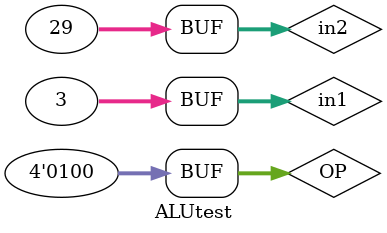
<source format=v>
`timescale 1ns / 1ps


module ALUtest;

	// Inputs
	reg [31:0] in1;
	reg [31:0] in2;
	reg [3:0] OP;

	// Outputs
	wire zero;
	wire [31:0] out;

	// Instantiate the Unit Under Test (UUT)
	ALU uut (
		.in1(in1), 
		.in2(in2), 
		.OP(OP), 
		.zero(zero), 
		.out(out)
	);

	initial begin
		// Initialize Inputs
		in1 = 3;
		in2 = 5;
		OP = 0;
		#2
		in1 = 5;
		in2 = 5;
		OP = 1;
		#2
		in1 = 32'b1;
		in2 = 32'b101;
		OP = 2;
		#2
		in1 = 32'b1;
		in2 = 32'b101;
		OP = 3;
		#2
		in1 = 3;
		in2 = 32'b11101;
		OP = 4;

		// Add stimulus here

	end
      
endmodule


</source>
